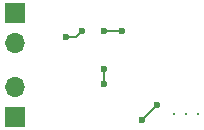
<source format=gbr>
%TF.GenerationSoftware,KiCad,Pcbnew,8.0.5*%
%TF.CreationDate,2025-09-15T10:24:37+05:30*%
%TF.ProjectId,design_buck_converter,64657369-676e-45f6-9275-636b5f636f6e,rev?*%
%TF.SameCoordinates,Original*%
%TF.FileFunction,Copper,L2,Bot*%
%TF.FilePolarity,Positive*%
%FSLAX46Y46*%
G04 Gerber Fmt 4.6, Leading zero omitted, Abs format (unit mm)*
G04 Created by KiCad (PCBNEW 8.0.5) date 2025-09-15 10:24:37*
%MOMM*%
%LPD*%
G01*
G04 APERTURE LIST*
%TA.AperFunction,ComponentPad*%
%ADD10R,1.700000X1.700000*%
%TD*%
%TA.AperFunction,ComponentPad*%
%ADD11O,1.700000X1.700000*%
%TD*%
%TA.AperFunction,ComponentPad*%
%ADD12C,0.300000*%
%TD*%
%TA.AperFunction,ViaPad*%
%ADD13C,0.600000*%
%TD*%
%TA.AperFunction,Conductor*%
%ADD14C,0.200000*%
%TD*%
%TA.AperFunction,Conductor*%
%ADD15C,0.180000*%
%TD*%
G04 APERTURE END LIST*
D10*
%TO.P,VIN,1,Pin_1*%
%TO.N,Net-(J101-Pin_1)*%
X174500000Y-79275000D03*
D11*
%TO.P,VIN,2,Pin_2*%
%TO.N,GND*%
X174500000Y-76735000D03*
%TD*%
D12*
%TO.P,IC,14*%
%TO.N,GND*%
X190000000Y-79000000D03*
%TO.P,IC,15*%
X189000000Y-79000000D03*
%TO.P,IC,16*%
X188000000Y-79000000D03*
%TD*%
D10*
%TO.P,VOUT,1,Pin_1*%
%TO.N,Net-(J102-Pin_1)*%
X174500000Y-70460000D03*
D11*
%TO.P,VOUT,2,Pin_2*%
%TO.N,GND*%
X174500000Y-73000000D03*
%TD*%
D13*
%TO.N,GND*%
X186492317Y-78283787D03*
X185250000Y-79500000D03*
%TO.N,Net-(U101-FB)*%
X182000000Y-76500000D03*
X182000000Y-75220000D03*
%TO.N,Net-(J102-Pin_1)*%
X178839878Y-72500000D03*
X182000000Y-72000000D03*
X183600000Y-72000000D03*
X180160122Y-72000000D03*
%TD*%
D14*
%TO.N,Net-(J102-Pin_1)*%
X179660122Y-72500000D02*
X180160122Y-72000000D01*
X178839878Y-72660122D02*
X179000000Y-72500000D01*
D15*
%TO.N,GND*%
X185250000Y-79500000D02*
X185276104Y-79500000D01*
X185276104Y-79500000D02*
X186492317Y-78283787D01*
D14*
%TO.N,Net-(U101-FB)*%
X182000000Y-76500000D02*
X182000000Y-75220000D01*
%TO.N,Net-(J102-Pin_1)*%
X183600000Y-72000000D02*
X182000000Y-72000000D01*
X179000000Y-72500000D02*
X179660122Y-72500000D01*
%TD*%
M02*

</source>
